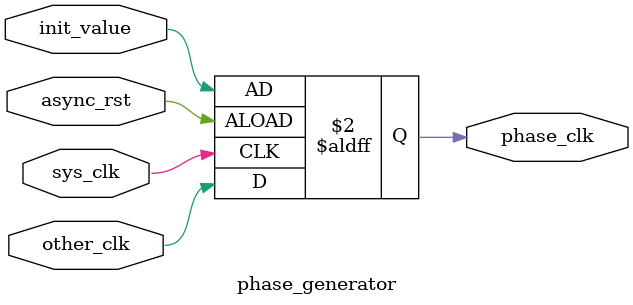
<source format=sv>
module dual_phase_clkgen (
    input  wire sys_clk,
    input  wire async_rst,
    output wire clk_0deg,
    output wire clk_180deg
);
    // 实例化相位生成子模块
    phase_generator gen_0deg (
        .sys_clk    (sys_clk),
        .async_rst  (async_rst),
        .other_clk  (clk_180deg),
        .phase_clk  (clk_0deg),
        .init_value (1'b0)
    );
    
    phase_generator gen_180deg (
        .sys_clk    (sys_clk),
        .async_rst  (async_rst),
        .other_clk  (clk_0deg),
        .phase_clk  (clk_180deg),
        .init_value (1'b1)
    );
endmodule

///////////////////////////////////////////////////////////////////////////////
// 相位时钟生成子模块 - 负责生成特定相位的时钟信号
///////////////////////////////////////////////////////////////////////////////
module phase_generator (
    input  wire sys_clk,
    input  wire async_rst,
    input  wire other_clk,
    input  wire init_value,
    output reg  phase_clk
);
    // 相位时钟生成逻辑
    always @(posedge sys_clk or posedge async_rst) begin
        if (async_rst) begin
            phase_clk <= init_value;
        end else begin
            phase_clk <= other_clk;
        end
    end
endmodule
</source>
